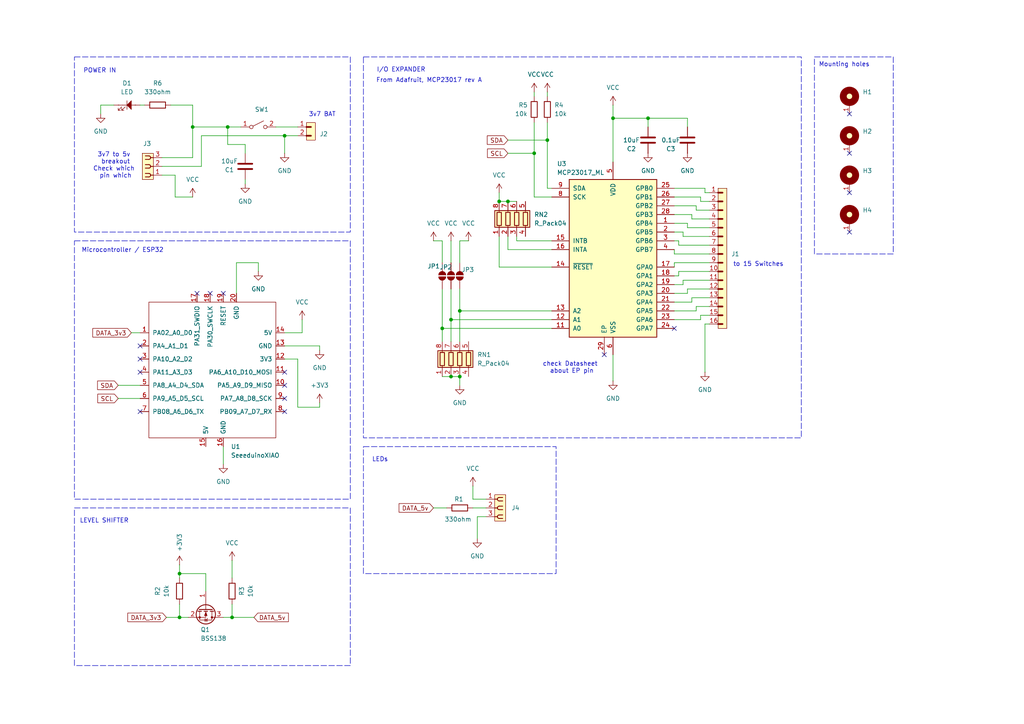
<source format=kicad_sch>
(kicad_sch (version 20231120) (generator "eeschema") (generator_version "8.0")
  (paper "A4")
  (lib_symbols
    (symbol "Device:C" (pin_numbers hide) (pin_names (offset 0.254))
      (property "Reference" "C" (at 0.635 2.54 0))
      (property "Value" "C" (at 0.635 -2.54 0))
      (symbol "C_0_1"
        (polyline (pts (xy -2.032 -0.762) (xy 2.032 -0.762)) (stroke (width 0.508)))
        (polyline (pts (xy -2.032 0.762) (xy 2.032 0.762)) (stroke (width 0.508)))
      )
      (symbol "C_1_1"
        (pin passive line (at 0 3.81 270) (length 2.794) (name "~") (number "1"))
        (pin passive line (at 0 -3.81 90) (length 2.794) (name "~") (number "2"))
      )
    )
    (symbol "Device:R_Pack04" (pin_names (offset 0) hide)
      (property "Reference" "RN" (at -7.62 0 90))
      (property "Value" "R_Pack04" (at 5.08 0 90))
      (symbol "R_Pack04_0_1"
        (rectangle (start -6.35 -2.413) (end 3.81 2.413) (stroke (width 0.254)) (fill (type background)))
        (rectangle (start -5.715 1.905) (end -4.445 -1.905) (stroke (width 0.254)))
        (rectangle (start -3.175 1.905) (end -1.905 -1.905) (stroke (width 0.254)))
        (rectangle (start -0.635 1.905) (end 0.635 -1.905) (stroke (width 0.254)))
        (polyline (pts (xy -5.08 -2.54) (xy -5.08 -1.905)))
        (polyline (pts (xy -5.08 1.905) (xy -5.08 2.54)))
        (polyline (pts (xy -2.54 -2.54) (xy -2.54 -1.905)))
        (polyline (pts (xy -2.54 1.905) (xy -2.54 2.54)))
        (polyline (pts (xy 0 -2.54) (xy 0 -1.905)))
        (polyline (pts (xy 0 1.905) (xy 0 2.54)))
        (polyline (pts (xy 2.54 -2.54) (xy 2.54 -1.905)))
        (polyline (pts (xy 2.54 1.905) (xy 2.54 2.54)))
        (rectangle (start 1.905 1.905) (end 3.175 -1.905) (stroke (width 0.254)))
      )
      (symbol "R_Pack04_1_1"
        (pin passive line (at -5.08 -5.08 90) (length 2.54) (name "R1.1") (number "1"))
        (pin passive line (at -2.54 -5.08 90) (length 2.54) (name "R2.1") (number "2"))
        (pin passive line (at 0 -5.08 90) (length 2.54) (name "R3.1") (number "3"))
        (pin passive line (at 2.54 -5.08 90) (length 2.54) (name "R4.1") (number "4"))
        (pin passive line (at 2.54 5.08 270) (length 2.54) (name "R4.2") (number "5"))
        (pin passive line (at 0 5.08 270) (length 2.54) (name "R3.2") (number "6"))
        (pin passive line (at -2.54 5.08 270) (length 2.54) (name "R2.2") (number "7"))
        (pin passive line (at -5.08 5.08 270) (length 2.54) (name "R1.2") (number "8"))
      )
    )
    (symbol "Interactiles_Symbol_Library:SeeeduinoXIAO" (pin_names (offset 1.016))
      (property "Reference" "U" (at -19.05 22.86 0))
      (property "Value" "SeeeduinoXIAO" (at -12.7 21.59 0))
      (symbol "SeeeduinoXIAO_0_1"
        (rectangle (start -19.05 20.32) (end 17.78 -19.05))
      )
      (symbol "SeeeduinoXIAO_1_1"
        (pin unspecified line (at -21.59 11.43 0) (length 2.54) (name "PA02_A0_D0") (number "1"))
        (pin unspecified line (at 20.32 -3.81 180) (length 2.54) (name "PA5_A9_D9_MISO") (number "10"))
        (pin unspecified line (at 20.32 0 180) (length 2.54) (name "PA6_A10_D10_MOSI") (number "11"))
        (pin unspecified line (at 20.32 3.81 180) (length 2.54) (name "3V3") (number "12"))
        (pin unspecified line (at 20.32 7.62 180) (length 2.54) (name "GND") (number "13"))
        (pin unspecified line (at 20.32 11.43 180) (length 2.54) (name "5V") (number "14"))
        (pin input line (at -2.54 -21.59 90) (length 2.54) (name "5V") (number "15"))
        (pin input line (at 2.54 -21.59 90) (length 2.54) (name "GND") (number "16"))
        (pin input line (at -5.08 22.86 270) (length 2.54) (name "PA31_SWDIO") (number "17"))
        (pin input line (at -1.27 22.86 270) (length 2.54) (name "PA30_SWCLK") (number "18"))
        (pin input line (at 2.54 22.86 270) (length 2.54) (name "RESET") (number "19"))
        (pin unspecified line (at -21.59 7.62 0) (length 2.54) (name "PA4_A1_D1") (number "2"))
        (pin input line (at 6.35 22.86 270) (length 2.54) (name "GND") (number "20"))
        (pin unspecified line (at -21.59 3.81 0) (length 2.54) (name "PA10_A2_D2") (number "3"))
        (pin unspecified line (at -21.59 0 0) (length 2.54) (name "PA11_A3_D3") (number "4"))
        (pin unspecified line (at -21.59 -3.81 0) (length 2.54) (name "PA8_A4_D4_SDA") (number "5"))
        (pin unspecified line (at -21.59 -7.62 0) (length 2.54) (name "PA9_A5_D5_SCL") (number "6"))
        (pin unspecified line (at -21.59 -11.43 0) (length 2.54) (name "PB08_A6_D6_TX") (number "7"))
        (pin unspecified line (at 20.32 -11.43 180) (length 2.54) (name "PB09_A7_D7_RX") (number "8"))
        (pin unspecified line (at 20.32 -7.62 180) (length 2.54) (name "PA7_A8_D8_SCK") (number "9"))
      )
    )
    (symbol "Interface_Expansion:MCP23017_ML" (pin_names (offset 1.016))
      (property "Reference" "U" (at -11.43 24.13 0))
      (property "Value" "MCP23017_ML" (at 0 0 0))
      (symbol "MCP23017_ML_0_1"
        (rectangle (start -12.7 22.86) (end 12.7 -22.86) (stroke (width 0.254)) (fill (type background)))
      )
      (symbol "MCP23017_ML_1_1"
        (pin bidirectional line (at 17.78 10.16 180) (length 5.08) (name "GPB4") (number "1"))
        (pin no_connect line (at -12.7 12.7 0) (length 5.08) hide (name "NC") (number "10"))
        (pin input line (at -17.78 -20.32 0) (length 5.08) (name "A0") (number "11"))
        (pin input line (at -17.78 -17.78 0) (length 5.08) (name "A1") (number "12"))
        (pin input line (at -17.78 -15.24 0) (length 5.08) (name "A2") (number "13"))
        (pin input line (at -17.78 -2.54 0) (length 5.08) (name "~{RESET}") (number "14"))
        (pin tri_state line (at -17.78 5.08 0) (length 5.08) (name "INTB") (number "15"))
        (pin tri_state line (at -17.78 2.54 0) (length 5.08) (name "INTA") (number "16"))
        (pin bidirectional line (at 17.78 -2.54 180) (length 5.08) (name "GPA0") (number "17"))
        (pin bidirectional line (at 17.78 -5.08 180) (length 5.08) (name "GPA1") (number "18"))
        (pin bidirectional line (at 17.78 -7.62 180) (length 5.08) (name "GPA2") (number "19"))
        (pin bidirectional line (at 17.78 7.62 180) (length 5.08) (name "GPB5") (number "2"))
        (pin bidirectional line (at 17.78 -10.16 180) (length 5.08) (name "GPA3") (number "20"))
        (pin bidirectional line (at 17.78 -12.7 180) (length 5.08) (name "GPA4") (number "21"))
        (pin bidirectional line (at 17.78 -15.24 180) (length 5.08) (name "GPA5") (number "22"))
        (pin bidirectional line (at 17.78 -17.78 180) (length 5.08) (name "GPA6") (number "23"))
        (pin bidirectional line (at 17.78 -20.32 180) (length 5.08) (name "GPA7") (number "24"))
        (pin bidirectional line (at 17.78 20.32 180) (length 5.08) (name "GPB0") (number "25"))
        (pin bidirectional line (at 17.78 17.78 180) (length 5.08) (name "GPB1") (number "26"))
        (pin bidirectional line (at 17.78 15.24 180) (length 5.08) (name "GPB2") (number "27"))
        (pin bidirectional line (at 17.78 12.7 180) (length 5.08) (name "GPB3") (number "28"))
        (pin passive line (at -2.54 -27.94 90) (length 5.08) (name "EP") (number "29"))
        (pin bidirectional line (at 17.78 5.08 180) (length 5.08) (name "GPB6") (number "3"))
        (pin bidirectional line (at 17.78 2.54 180) (length 5.08) (name "GPB7") (number "4"))
        (pin power_in line (at 0 27.94 270) (length 5.08) (name "VDD") (number "5"))
        (pin power_in line (at 0 -27.94 90) (length 5.08) (name "VSS") (number "6"))
        (pin no_connect line (at -12.7 15.24 0) (length 5.08) hide (name "NC") (number "7"))
        (pin input line (at -17.78 17.78 0) (length 5.08) (name "SCK") (number "8"))
        (pin bidirectional line (at -17.78 20.32 0) (length 5.08) (name "SDA") (number "9"))
      )
    )
    (symbol "Jumper:SolderJumper_2_Open" (pin_numbers hide) (pin_names (offset 0) hide) (exclude_from_sim yes) (in_bom no)
      (property "Reference" "JP" (at 0 2.032 0))
      (property "Value" "SolderJumper_2_Open" (at 0 -2.54 0))
      (symbol "SolderJumper_2_Open_0_1"
        (arc (start -0.254 1.016) (mid -1.2656 0) (end -0.254 -1.016))
        (arc (start -0.254 1.016) (mid -1.2656 0) (end -0.254 -1.016) (fill (type outline)))
        (polyline (pts (xy -0.254 1.016) (xy -0.254 -1.016)))
        (polyline (pts (xy 0.254 1.016) (xy 0.254 -1.016)))
        (arc (start 0.254 -1.016) (mid 1.2656 0) (end 0.254 1.016))
        (arc (start 0.254 -1.016) (mid 1.2656 0) (end 0.254 1.016) (fill (type outline)))
      )
      (symbol "SolderJumper_2_Open_1_1"
        (pin passive line (at -3.81 0 0) (length 2.54) (name "A") (number "1"))
        (pin passive line (at 3.81 0 180) (length 2.54) (name "B") (number "2"))
      )
    )
    (symbol "PCM_SL_Devices:LED"
      (property "Reference" "D" (at -0.508 5.334 0))
      (property "Value" "LED" (at -0.508 2.794 0))
      (symbol "LED_0_1"
        (polyline (pts (xy -1.27 0) (xy -2.54 0)))
        (polyline (pts (xy 0 1.27) (xy 0 -1.27)))
        (polyline (pts (xy 0.508 0.508) (xy 1.524 1.524)))
        (polyline (pts (xy 1.27 0) (xy 2.54 0)))
        (polyline (pts (xy 1.524 0.508) (xy 2.54 1.524)))
        (polyline (pts (xy 1.524 1.524) (xy 0.889 1.524)))
        (polyline (pts (xy 1.524 1.524) (xy 1.524 0.889)))
        (polyline (pts (xy 2.54 1.524) (xy 1.905 1.524)))
        (polyline (pts (xy 2.54 1.524) (xy 2.54 0.889)))
        (polyline (pts (xy 0 0) (xy -1.27 -1.27) (xy -1.27 1.27) (xy 0 0) (xy 1.27 0)) (fill (type outline)))
      )
      (symbol "LED_1_1"
        (pin passive line (at 3.81 0 180) (length 1.5) (name "~") (number "1"))
        (pin passive line (at -3.81 0 0) (length 1.5) (name "") (number "2"))
      )
    )
    (symbol "PCM_SL_Mechanical:MountingHole_M3_3.2mm_Pad"
      (property "Reference" "H" (at 0 7.62 0))
      (property "Value" "MountingHole_M3_3.2mm_Pad" (at 0 5.08 0))
      (symbol "MountingHole_M3_3.2mm_Pad_0_1"
        (circle (center 0 0) (radius 1.27) (fill (type background)))
        (circle (center 0 0) (radius 1.7961) (stroke (width 2)))
      )
      (symbol "MountingHole_M3_3.2mm_Pad_1_1"
        (pin passive line (at 0 -5.08 90) (length 2.54) (name "") (number "1"))
      )
    )
    (symbol "PCM_SL_Pin_Headers:PINHD_1x16_Male"
      (property "Reference" "J" (at 0 24.13 0))
      (property "Value" "PINHD_1x16_Male" (at 0 21.59 0))
      (symbol "PINHD_1x16_Male_0_1"
        (rectangle (start -1.27 20.32) (end 1.27 -20.32) (fill (type background)))
        (polyline (pts (xy -1.27 -19.05) (xy 0 -19.05)) (stroke (width 0.5)))
        (polyline (pts (xy -1.27 -16.51) (xy 0 -16.51)) (stroke (width 0.5)))
        (polyline (pts (xy -1.27 -13.97) (xy 0 -13.97)) (stroke (width 0.5)))
        (polyline (pts (xy -1.27 -11.43) (xy 0 -11.43)) (stroke (width 0.5)))
        (polyline (pts (xy -1.27 -8.89) (xy 0 -8.89)) (stroke (width 0.5)))
        (polyline (pts (xy -1.27 -6.35) (xy 0 -6.35)) (stroke (width 0.5)))
        (polyline (pts (xy -1.27 -3.81) (xy 0 -3.81)) (stroke (width 0.3)))
        (polyline (pts (xy -1.27 -3.81) (xy 0 -3.81)) (stroke (width 0.5)))
        (polyline (pts (xy -1.27 -1.27) (xy 0 -1.27)) (stroke (width 0.3)))
        (polyline (pts (xy -1.27 -1.27) (xy 0 -1.27)) (stroke (width 0.5)))
        (polyline (pts (xy -1.27 1.27) (xy 0 1.27)) (stroke (width 0.3)))
        (polyline (pts (xy -1.27 1.27) (xy 0 1.27)) (stroke (width 0.5)))
        (polyline (pts (xy -1.27 3.81) (xy 0 3.81)) (stroke (width 0.3)))
        (polyline (pts (xy -1.27 3.81) (xy 0 3.81)) (stroke (width 0.5)))
        (polyline (pts (xy -1.27 6.35) (xy 0 6.35)) (stroke (width 0.3)))
        (polyline (pts (xy -1.27 6.35) (xy 0 6.35)) (stroke (width 0.5)))
        (polyline (pts (xy -1.27 8.89) (xy 0 8.89)) (stroke (width 0.3)))
        (polyline (pts (xy -1.27 8.89) (xy 0 8.89)) (stroke (width 0.5)))
        (polyline (pts (xy -1.27 11.43) (xy 0 11.43)) (stroke (width 0.3)))
        (polyline (pts (xy -1.27 11.43) (xy 0 11.43)) (stroke (width 0.5)))
        (polyline (pts (xy -1.27 13.97) (xy 0 13.97)) (stroke (width 0.3)))
        (polyline (pts (xy -1.27 13.97) (xy 0 13.97)) (stroke (width 0.5)))
        (polyline (pts (xy -1.27 16.51) (xy 0 16.51)) (stroke (width 0.3)))
        (polyline (pts (xy -1.27 16.51) (xy 0 16.51)) (stroke (width 0.5)))
        (polyline (pts (xy -1.27 19.05) (xy 0 19.05)) (stroke (width 0.5)))
      )
      (symbol "PINHD_1x16_Male_1_1"
        (pin passive line (at -3.81 19.05 0) (length 2.54) (name "") (number "1"))
        (pin passive line (at -3.81 -3.81 0) (length 2.54) (name "") (number "10"))
        (pin passive line (at -3.81 -6.35 0) (length 2.54) (name "") (number "11"))
        (pin passive line (at -3.81 -8.89 0) (length 2.54) (name "") (number "12"))
        (pin passive line (at -3.81 -11.43 0) (length 2.54) (name "") (number "13"))
        (pin passive line (at -3.81 -13.97 0) (length 2.54) (name "") (number "14"))
        (pin passive line (at -3.81 -16.51 0) (length 2.54) (name "") (number "15"))
        (pin passive line (at -3.81 -19.05 0) (length 2.54) (name "") (number "16"))
        (pin passive line (at -3.81 16.51 0) (length 2.54) (name "") (number "2"))
        (pin passive line (at -3.81 13.97 0) (length 2.54) (name "") (number "3"))
        (pin passive line (at -3.81 11.43 0) (length 2.54) (name "") (number "4"))
        (pin passive line (at -3.81 8.89 0) (length 2.54) (name "") (number "5"))
        (pin passive line (at -3.81 6.35 0) (length 2.54) (name "") (number "6"))
        (pin passive line (at -3.81 3.81 0) (length 2.54) (name "") (number "7"))
        (pin passive line (at -3.81 1.27 0) (length 2.54) (name "") (number "8"))
        (pin passive line (at -3.81 -1.27 0) (length 2.54) (name "") (number "9"))
      )
    )
    (symbol "PCM_SL_Pin_Headers:PINHD_1x2_Male"
      (property "Reference" "J" (at 0 6.35 0))
      (property "Value" "PINHD_1x2_Male" (at 0 3.81 0))
      (symbol "PINHD_1x2_Male_0_1"
        (rectangle (start -1.27 2.54) (end 1.27 -2.54) (fill (type background)))
        (polyline (pts (xy -1.27 -1.27) (xy 0 -1.27)) (stroke (width 0.3)))
        (polyline (pts (xy -1.27 -1.27) (xy 0 -1.27)) (stroke (width 0.5)))
        (polyline (pts (xy -1.27 1.27) (xy 0 1.27)) (stroke (width 0.3)))
        (polyline (pts (xy -1.27 1.27) (xy 0 1.27)) (stroke (width 0.5)))
      )
      (symbol "PINHD_1x2_Male_1_1"
        (pin passive line (at -3.81 1.27 0) (length 2.54) (name "") (number "1"))
        (pin passive line (at -3.81 -1.27 0) (length 2.54) (name "") (number "2"))
      )
    )
    (symbol "PCM_SL_Pin_Headers:PINHD_1x3_Female"
      (property "Reference" "J" (at 0 8.89 0))
      (property "Value" "PINHD_1x3_Female" (at 0 6.35 0))
      (symbol "PINHD_1x3_Female_0_1"
        (rectangle (start -1.27 3.81) (end 1.905 -3.81) (fill (type background)))
        (arc (start -0.508 -2.54) (mid -0.3592 -2.8992) (end 0 -3.048) (stroke (width 0.25)))
        (arc (start -0.508 0) (mid -0.3592 -0.3592) (end 0 -0.508) (stroke (width 0.25)))
        (arc (start -0.508 2.54) (mid -0.3592 2.1808) (end 0 2.032) (stroke (width 0.25)))
        (arc (start 0 -2.032) (mid -0.3592 -2.1808) (end -0.508 -2.54) (stroke (width 0.25)))
        (polyline (pts (xy -1.27 -2.54) (xy -0.508 -2.54)) (stroke (width 0.25)))
        (polyline (pts (xy -1.27 0) (xy -0.508 0)) (stroke (width 0.25)))
        (polyline (pts (xy -1.27 2.54) (xy -0.508 2.54)) (stroke (width 0.25)))
        (polyline (pts (xy 0 -3.048) (xy 1.016 -3.048)) (stroke (width 0.25)))
        (polyline (pts (xy 0 -2.032) (xy 1.016 -2.032)) (stroke (width 0.25)))
        (polyline (pts (xy 0 -0.508) (xy 1.016 -0.508)) (stroke (width 0.25)))
        (polyline (pts (xy 0 0.508) (xy 1.016 0.508)) (stroke (width 0.25)))
        (polyline (pts (xy 0 2.032) (xy 1.016 2.032)) (stroke (width 0.25)))
        (polyline (pts (xy 0 3.048) (xy 1.016 3.048)) (stroke (width 0.25)))
        (arc (start 0 0.508) (mid -0.3592 0.3592) (end -0.508 0) (stroke (width 0.25)))
        (arc (start 0 3.048) (mid -0.3592 2.8992) (end -0.508 2.54) (stroke (width 0.25)))
      )
      (symbol "PINHD_1x3_Female_1_1"
        (pin passive line (at -3.81 2.54 0) (length 2.54) (name "") (number "1"))
        (pin passive line (at -3.81 0 0) (length 2.54) (name "") (number "2"))
        (pin passive line (at -3.81 -2.54 0) (length 2.54) (name "") (number "3"))
      )
    )
    (symbol "PCM_SL_Resistors:10k"
      (property "Reference" "R" (at 0 5.08 0))
      (property "Value" "10k" (at 0 2.54 0))
      (symbol "10k_0_1"
        (rectangle (start -2.286 0.889) (end 2.286 -0.889) (stroke (width 0.24)))
      )
      (symbol "10k_1_1"
        (pin passive line (at -3.81 0 0) (length 1.5) (name "") (number "1"))
        (pin passive line (at 3.81 0 180) (length 1.5) (name "~") (number "2"))
      )
    )
    (symbol "PCM_SL_Resistors:330ohm"
      (property "Reference" "R" (at 0 5.08 0))
      (property "Value" "330ohm" (at 0 2.54 0))
      (symbol "330ohm_0_1"
        (rectangle (start -2.286 0.889) (end 2.286 -0.889) (stroke (width 0.24)))
      )
      (symbol "330ohm_1_1"
        (pin passive line (at -3.81 0 0) (length 1.5) (name "") (number "1"))
        (pin passive line (at 3.81 0 180) (length 1.5) (name "~") (number "2"))
      )
    )
    (symbol "Switch:SW_SPST" (pin_names (offset 0) hide)
      (property "Reference" "SW" (at 0 3.175 0))
      (property "Value" "SW_SPST" (at 0 -2.54 0))
      (symbol "SW_SPST_0_0"
        (circle (center -2.032 0) (radius 0.508))
        (polyline (pts (xy -1.524 0.254) (xy 1.524 1.778)))
        (circle (center 2.032 0) (radius 0.508))
      )
      (symbol "SW_SPST_1_1"
        (pin passive line (at -5.08 0 0) (length 2.54) (name "A") (number "1"))
        (pin passive line (at 5.08 0 180) (length 2.54) (name "B") (number "2"))
      )
    )
    (symbol "Transistor_FET:BSS138" (pin_names hide)
      (property "Reference" "Q" (at 5.08 1.905 0))
      (property "Value" "BSS138" (at 5.08 0 0))
      (symbol "BSS138_0_1"
        (polyline (pts (xy 0.254 0) (xy -2.54 0)))
        (polyline (pts (xy 0.254 1.905) (xy 0.254 -1.905)) (stroke (width 0.254)))
        (polyline (pts (xy 0.762 -1.27) (xy 0.762 -2.286)) (stroke (width 0.254)))
        (polyline (pts (xy 0.762 0.508) (xy 0.762 -0.508)) (stroke (width 0.254)))
        (polyline (pts (xy 0.762 2.286) (xy 0.762 1.27)) (stroke (width 0.254)))
        (polyline (pts (xy 2.54 2.54) (xy 2.54 1.778)))
        (polyline (pts (xy 2.54 -2.54) (xy 2.54 0) (xy 0.762 0)))
        (polyline (pts (xy 0.762 -1.778) (xy 3.302 -1.778) (xy 3.302 1.778) (xy 0.762 1.778)))
        (polyline (pts (xy 1.016 0) (xy 2.032 0.381) (xy 2.032 -0.381) (xy 1.016 0)) (fill (type outline)))
        (polyline (pts (xy 2.794 0.508) (xy 2.921 0.381) (xy 3.683 0.381) (xy 3.81 0.254)))
        (polyline (pts (xy 3.302 0.381) (xy 2.921 -0.254) (xy 3.683 -0.254) (xy 3.302 0.381)))
        (circle (center 1.651 0) (radius 2.794) (stroke (width 0.254)))
        (circle (center 2.54 -1.778) (radius 0.254) (fill (type outline)))
        (circle (center 2.54 1.778) (radius 0.254) (fill (type outline)))
      )
      (symbol "BSS138_1_1"
        (pin input line (at -5.08 0 0) (length 2.54) (name "G") (number "1"))
        (pin passive line (at 2.54 -5.08 90) (length 2.54) (name "S") (number "2"))
        (pin passive line (at 2.54 5.08 270) (length 2.54) (name "D") (number "3"))
      )
    )
    (symbol "power:+3V3" (power) (pin_numbers hide) (pin_names (offset 0) hide)
      (property "Value" "+3V3" (at 0 3.556 0))
      (symbol "+3V3_0_1"
        (polyline (pts (xy -0.762 1.27) (xy 0 2.54)))
        (polyline (pts (xy 0 0) (xy 0 2.54)))
        (polyline (pts (xy 0 2.54) (xy 0.762 1.27)))
      )
      (symbol "+3V3_1_1"
        (pin power_in line (at 0 0 90) (length 0) (name "~") (number "1"))
      )
    )
    (symbol "power:GND" (power) (pin_numbers hide) (pin_names (offset 0) hide)
      (property "Value" "GND" (at 0 -3.81 0))
      (symbol "GND_0_1"
        (polyline (pts (xy 0 0) (xy 0 -1.27) (xy 1.27 -1.27) (xy 0 -2.54) (xy -1.27 -1.27) (xy 0 -1.27)))
      )
      (symbol "GND_1_1"
        (pin power_in line (at 0 0 270) (length 0) (name "~") (number "1"))
      )
    )
    (symbol "power:VCC" (power) (pin_numbers hide) (pin_names (offset 0) hide)
      (property "Value" "VCC" (at 0 3.556 0))
      (symbol "VCC_0_1"
        (polyline (pts (xy -0.762 1.27) (xy 0 2.54)))
        (polyline (pts (xy 0 0) (xy 0 2.54)))
        (polyline (pts (xy 0 2.54) (xy 0.762 1.27)))
      )
      (symbol "VCC_1_1"
        (pin power_in line (at 0 0 90) (length 0) (name "~") (number "1"))
      )
    )
  )
  (junction (at 177.8 34.29))
  (junction (at 66.04 36.83))
  (junction (at 133.35 90.17))
  (junction (at 144.78 58.42))
  (junction (at 52.07 179.07))
  (junction (at 154.94 44.45))
  (junction (at 52.07 166.37))
  (junction (at 128.27 95.25))
  (junction (at 133.35 109.22))
  (junction (at 130.81 92.71))
  (junction (at 130.81 109.22))
  (junction (at 55.88 36.83))
  (junction (at 187.96 34.29))
  (junction (at 158.75 40.64))
  (junction (at 67.31 179.07))
  (junction (at 82.55 39.37))
  (junction (at 147.32 58.42))
  (no_connect (at 246.38 33.02))
  (no_connect (at 82.55 107.95))
  (no_connect (at 40.64 104.14))
  (no_connect (at 64.77 85.09))
  (no_connect (at 82.55 115.57))
  (no_connect (at 82.55 119.38))
  (no_connect (at 40.64 100.33))
  (no_connect (at 246.38 44.45))
  (no_connect (at 246.38 67.31))
  (no_connect (at 175.26 102.87))
  (no_connect (at 40.64 119.38))
  (no_connect (at 82.55 111.76))
  (no_connect (at 195.58 95.25))
  (no_connect (at 246.38 55.88))
  (no_connect (at 40.64 107.95))
  (no_connect (at 60.96 85.09))
  (no_connect (at 57.15 85.09))
  (wire (pts (xy 195.58 92.71) (xy 203.2 92.71)))
  (wire (pts (xy 67.31 162.56) (xy 67.31 167.64)))
  (wire (pts (xy 68.58 76.2) (xy 74.93 76.2)))
  (wire (pts (xy 144.78 55.88) (xy 144.78 58.42)))
  (wire (pts (xy 204.47 55.88) (xy 205.74 55.88)))
  (wire (pts (xy 199.39 64.77) (xy 195.58 64.77)))
  (wire (pts (xy 200.66 87.63) (xy 200.66 86.36)))
  (wire (pts (xy 82.55 104.14) (xy 86.36 104.14)))
  (wire (pts (xy 74.93 76.2) (xy 74.93 78.74)))
  (wire (pts (xy 64.77 179.07) (xy 67.31 179.07)))
  (wire (pts (xy 195.58 87.63) (xy 200.66 87.63)))
  (wire (pts (xy 52.07 166.37) (xy 52.07 167.64)))
  (wire (pts (xy 204.47 93.98) (xy 204.47 107.95)))
  (wire (pts (xy 195.58 90.17) (xy 201.93 90.17)))
  (wire (pts (xy 71.12 44.45) (xy 71.12 41.91)))
  (wire (pts (xy 147.32 58.42) (xy 149.86 58.42)))
  (wire (pts (xy 204.47 55.88) (xy 204.47 54.61)))
  (wire (pts (xy 200.66 63.5) (xy 200.66 62.23)))
  (wire (pts (xy 86.36 118.11) (xy 92.71 118.11)))
  (wire (pts (xy 68.58 85.09) (xy 68.58 76.2)))
  (wire (pts (xy 138.43 149.86) (xy 140.97 149.86)))
  (wire (pts (xy 154.94 26.67) (xy 154.94 27.94)))
  (wire (pts (xy 196.85 71.12) (xy 196.85 69.85)))
  (wire (pts (xy 196.85 69.85) (xy 195.58 69.85)))
  (wire (pts (xy 80.01 36.83) (xy 86.36 36.83)))
  (wire (pts (xy 82.55 100.33) (xy 92.71 100.33)))
  (wire (pts (xy 133.35 90.17) (xy 160.02 90.17)))
  (wire (pts (xy 58.42 48.26) (xy 58.42 39.37)))
  (wire (pts (xy 205.74 81.28) (xy 198.12 81.28)))
  (wire (pts (xy 130.81 109.22) (xy 133.35 109.22)))
  (wire (pts (xy 66.04 41.91) (xy 66.04 36.83)))
  (wire (pts (xy 158.75 40.64) (xy 158.75 35.56)))
  (wire (pts (xy 160.02 69.85) (xy 149.86 69.85)))
  (wire (pts (xy 177.8 110.49) (xy 177.8 102.87)))
  (wire (pts (xy 128.27 99.06) (xy 128.27 95.25)))
  (wire (pts (xy 92.71 118.11) (xy 92.71 116.84)))
  (wire (pts (xy 46.99 48.26) (xy 58.42 48.26)))
  (wire (pts (xy 67.31 179.07) (xy 67.31 175.26)))
  (wire (pts (xy 160.02 72.39) (xy 147.32 72.39)))
  (wire (pts (xy 137.16 140.97) (xy 137.16 144.78)))
  (wire (pts (xy 204.47 54.61) (xy 195.58 54.61)))
  (wire (pts (xy 52.07 163.83) (xy 52.07 166.37)))
  (wire (pts (xy 67.31 179.07) (xy 73.66 179.07)))
  (wire (pts (xy 59.69 171.45) (xy 59.69 166.37)))
  (wire (pts (xy 38.1 96.52) (xy 40.64 96.52)))
  (wire (pts (xy 46.99 45.72) (xy 55.88 45.72)))
  (wire (pts (xy 198.12 68.58) (xy 198.12 67.31)))
  (wire (pts (xy 198.12 68.58) (xy 205.74 68.58)))
  (wire (pts (xy 34.29 115.57) (xy 40.64 115.57)))
  (wire (pts (xy 195.58 85.09) (xy 199.39 85.09)))
  (wire (pts (xy 198.12 67.31) (xy 195.58 67.31)))
  (wire (pts (xy 66.04 36.83) (xy 69.85 36.83)))
  (wire (pts (xy 59.69 166.37) (xy 52.07 166.37)))
  (wire (pts (xy 205.74 83.82) (xy 199.39 83.82)))
  (wire (pts (xy 128.27 95.25) (xy 160.02 95.25)))
  (wire (pts (xy 199.39 66.04) (xy 205.74 66.04)))
  (wire (pts (xy 177.8 34.29) (xy 177.8 46.99)))
  (wire (pts (xy 203.2 58.42) (xy 203.2 57.15)))
  (wire (pts (xy 133.35 69.85) (xy 135.89 69.85)))
  (wire (pts (xy 133.35 111.76) (xy 133.35 109.22)))
  (wire (pts (xy 29.21 30.48) (xy 33.02 30.48)))
  (wire (pts (xy 199.39 66.04) (xy 199.39 64.77)))
  (wire (pts (xy 198.12 81.28) (xy 198.12 82.55)))
  (wire (pts (xy 133.35 69.85) (xy 133.35 76.2)))
  (wire (pts (xy 34.29 111.76) (xy 40.64 111.76)))
  (wire (pts (xy 199.39 36.83) (xy 199.39 34.29)))
  (wire (pts (xy 29.21 30.48) (xy 29.21 33.02)))
  (wire (pts (xy 87.63 96.52) (xy 82.55 96.52)))
  (wire (pts (xy 195.58 80.01) (xy 196.85 80.01)))
  (wire (pts (xy 52.07 179.07) (xy 52.07 175.26)))
  (wire (pts (xy 200.66 63.5) (xy 205.74 63.5)))
  (wire (pts (xy 82.55 39.37) (xy 86.36 39.37)))
  (wire (pts (xy 147.32 44.45) (xy 154.94 44.45)))
  (wire (pts (xy 195.58 76.2) (xy 205.74 76.2)))
  (wire (pts (xy 71.12 41.91) (xy 66.04 41.91)))
  (wire (pts (xy 177.8 30.48) (xy 177.8 34.29)))
  (wire (pts (xy 55.88 36.83) (xy 55.88 45.72)))
  (wire (pts (xy 128.27 69.85) (xy 125.73 69.85)))
  (wire (pts (xy 201.93 60.96) (xy 201.93 59.69)))
  (wire (pts (xy 154.94 44.45) (xy 154.94 35.56)))
  (wire (pts (xy 196.85 71.12) (xy 205.74 71.12)))
  (wire (pts (xy 198.12 82.55) (xy 195.58 82.55)))
  (wire (pts (xy 64.77 134.62) (xy 64.77 129.54)))
  (wire (pts (xy 205.74 88.9) (xy 201.93 88.9)))
  (wire (pts (xy 144.78 77.47) (xy 144.78 68.58)))
  (wire (pts (xy 160.02 54.61) (xy 158.75 54.61)))
  (wire (pts (xy 147.32 40.64) (xy 158.75 40.64)))
  (wire (pts (xy 58.42 39.37) (xy 82.55 39.37)))
  (wire (pts (xy 129.54 147.32) (xy 125.73 147.32)))
  (wire (pts (xy 204.47 93.98) (xy 205.74 93.98)))
  (wire (pts (xy 41.91 30.48) (xy 40.64 30.48)))
  (wire (pts (xy 203.2 58.42) (xy 205.74 58.42)))
  (wire (pts (xy 201.93 59.69) (xy 195.58 59.69)))
  (wire (pts (xy 137.16 147.32) (xy 140.97 147.32)))
  (wire (pts (xy 55.88 30.48) (xy 55.88 36.83)))
  (wire (pts (xy 203.2 91.44) (xy 205.74 91.44)))
  (wire (pts (xy 138.43 156.21) (xy 138.43 149.86)))
  (wire (pts (xy 158.75 26.67) (xy 158.75 27.94)))
  (wire (pts (xy 158.75 54.61) (xy 158.75 40.64)))
  (wire (pts (xy 92.71 100.33) (xy 92.71 101.6)))
  (wire (pts (xy 177.8 34.29) (xy 187.96 34.29)))
  (wire (pts (xy 149.86 69.85) (xy 149.86 68.58)))
  (wire (pts (xy 137.16 144.78) (xy 140.97 144.78)))
  (wire (pts (xy 144.78 58.42) (xy 147.32 58.42)))
  (wire (pts (xy 196.85 80.01) (xy 196.85 78.74)))
  (wire (pts (xy 50.8 50.8) (xy 50.8 57.15)))
  (wire (pts (xy 154.94 57.15) (xy 154.94 44.45)))
  (wire (pts (xy 82.55 44.45) (xy 82.55 39.37)))
  (wire (pts (xy 160.02 57.15) (xy 154.94 57.15)))
  (wire (pts (xy 52.07 179.07) (xy 54.61 179.07)))
  (wire (pts (xy 187.96 34.29) (xy 199.39 34.29)))
  (wire (pts (xy 195.58 73.66) (xy 195.58 72.39)))
  (wire (pts (xy 203.2 57.15) (xy 195.58 57.15)))
  (wire (pts (xy 200.66 62.23) (xy 195.58 62.23)))
  (wire (pts (xy 199.39 83.82) (xy 199.39 85.09)))
  (wire (pts (xy 130.81 69.85) (xy 130.81 76.2)))
  (wire (pts (xy 196.85 78.74) (xy 205.74 78.74)))
  (wire (pts (xy 201.93 60.96) (xy 205.74 60.96)))
  (wire (pts (xy 160.02 77.47) (xy 144.78 77.47)))
  (wire (pts (xy 130.81 83.82) (xy 130.81 92.71)))
  (wire (pts (xy 86.36 104.14) (xy 86.36 118.11)))
  (wire (pts (xy 133.35 83.82) (xy 133.35 90.17)))
  (wire (pts (xy 128.27 83.82) (xy 128.27 95.25)))
  (wire (pts (xy 48.26 179.07) (xy 52.07 179.07)))
  (wire (pts (xy 130.81 92.71) (xy 160.02 92.71)))
  (wire (pts (xy 195.58 77.47) (xy 195.58 76.2)))
  (wire (pts (xy 71.12 53.34) (xy 71.12 52.07)))
  (wire (pts (xy 55.88 36.83) (xy 66.04 36.83)))
  (wire (pts (xy 195.58 73.66) (xy 205.74 73.66)))
  (wire (pts (xy 187.96 36.83) (xy 187.96 34.29)))
  (wire (pts (xy 201.93 88.9) (xy 201.93 90.17)))
  (wire (pts (xy 133.35 99.06) (xy 133.35 90.17)))
  (wire (pts (xy 128.27 69.85) (xy 128.27 76.2)))
  (wire (pts (xy 128.27 109.22) (xy 130.81 109.22)))
  (wire (pts (xy 200.66 86.36) (xy 205.74 86.36)))
  (wire (pts (xy 50.8 57.15) (xy 55.88 57.15)))
  (wire (pts (xy 46.99 50.8) (xy 50.8 50.8)))
  (wire (pts (xy 87.63 92.71) (xy 87.63 96.52)))
  (wire (pts (xy 147.32 72.39) (xy 147.32 68.58)))
  (wire (pts (xy 49.53 30.48) (xy 55.88 30.48)))
  (wire (pts (xy 130.81 92.71) (xy 130.81 99.06)))
  (wire (pts (xy 203.2 92.71) (xy 203.2 91.44)))
  (rectangle (start 236.22 16.51) (end 259.08 73.66) (stroke (width 0) (type dash)))
  (rectangle (start 105.41 129.54) (end 161.29 166.37) (stroke (width 0) (type dash)))
  (rectangle (start 105.41 16.51) (end 232.41 127) (stroke (width 0) (type dash)))
  (rectangle (start 21.59 69.85) (end 101.6 144.78) (stroke (width 0) (type dash)))
  (rectangle (start 21.59 16.51) (end 101.6 67.31) (stroke (width 0) (type dash)))
  (rectangle (start 21.59 147.32) (end 101.6 193.04) (stroke (width 0) (type dash)))
  (text "check Datasheet \nabout EP pin" (at 165.862 106.68 0) (effects (font (size 1.27 1.27))))
  (text "to 15 Switches" (at 219.964 76.708 0) (effects (font (size 1.27 1.27))))
  (text "3v7 BAT" (at 93.472 33.274 0) (effects (font (size 1.27 1.27))))
  (text "I/O EXPANDER" (at 116.332 20.32 0) (effects (font (size 1.27 1.27))))
  (text "From Adafruit, MCP23017 rev A" (at 124.46 23.368 0) (effects (font (size 1.27 1.27))))
  (text "POWER IN" (at 28.956 20.574 0) (effects (font (size 1.27 1.27))))
  (text "LEVEL SHIFTER" (at 30.226 151.13 0) (effects (font (size 1.27 1.27))))
  (text "LEDs" (at 110.236 133.35 0) (effects (font (size 1.27 1.27))))
  (text "Microcontroller / ESP32\n\n" (at 35.56 73.66 0) (effects (font (size 1.27 1.27))))
  (text "Mounting holes" (at 244.856 18.796 0) (effects (font (size 1.27 1.27))))
  (text "3v7 to 5v \nbreakout\nCheck which \npin which" (at 33.528 48.006 0) (effects (font (size 1.27 1.27))))
  (global_label "DATA_5v" (shape input) (at 73.66 179.07 0) (property "Intersheetrefs" "${INTERSHEET_REFS}" (effects (hide yes))))
  (global_label "SDA" (shape input) (at 147.32 40.64 180) (property "Intersheetrefs" "${INTERSHEET_REFS}" (effects (hide yes))))
  (global_label "DATA_3v3" (shape input) (at 38.1 96.52 180) (property "Intersheetrefs" "${INTERSHEET_REFS}" (effects (hide yes))))
  (global_label "SCL" (shape input) (at 147.32 44.45 180) (property "Intersheetrefs" "${INTERSHEET_REFS}" (effects (hide yes))))
  (global_label "SCL" (shape input) (at 34.29 115.57 180) (property "Intersheetrefs" "${INTERSHEET_REFS}" (effects (hide yes))))
  (global_label "DATA_5v" (shape input) (at 125.73 147.32 180) (property "Intersheetrefs" "${INTERSHEET_REFS}" (effects (hide yes))))
  (global_label "SDA" (shape input) (at 34.29 111.76 180) (property "Intersheetrefs" "${INTERSHEET_REFS}" (effects (hide yes))))
  (global_label "DATA_3v3" (shape input) (at 48.26 179.07 180) (property "Intersheetrefs" "${INTERSHEET_REFS}" (effects (hide yes))))
  (symbol (lib_id "Switch:SW_SPST") (at 74.93 36.83 0) (unit 1)
    (property "Reference" "SW1" (at 75.946 31.75 0))
    (property "Value" "SW_SPST" (effects (hide yes)))
    (property "Footprint" "Button Switch SMD:SW_DIP_SPSTx01_Slide_6.7x4.1mm_W8.61mm_P2.54mm_LowProfile" (effects (hide yes)))
    (property "Description" "Single Pole Single Throw (SPST) switch" (effects (hide yes)))
  )
  (symbol (lib_id "power:GND") (at 133.35 111.76 0) (unit 1)
    (property "Reference" "#PWR09" (effects (hide yes)))
    (property "Value" "GND" (at 133.35 116.84 0))
    (property "Description" "Power symbol creates a global label with name \"GND\" , ground" (effects (hide yes)))
  )
  (symbol (lib_id "PCM_SL_Pin_Headers:PINHD_1x3_Female") (at 144.78 147.32 0) (unit 1)
    (property "Reference" "J4" (at 148.336 147.32 0) (effects (justify left)))
    (property "Value" "PINHD_1x3_Female" (effects (hide yes)))
    (property "Footprint" "Connector_PinSocket_2.54mm:PinSocket_1x03_P2.54mm_Vertical" (effects (hide yes)))
    (property "Description" "Pin Header female with pin space 2.54mm. Pin Count -3" (effects (hide yes)))
  )
  (symbol (lib_id "PCM_SL_Resistors:10k") (at 158.75 31.75 90) (unit 1)
    (property "Reference" "R4" (at 160.782 30.48 90) (effects (justify right)))
    (property "Value" "10k" (at 160.782 33.02 90) (effects (justify right)))
    (property "Footprint" "Resistor_SMD:R_0603_1608Metric_Pad0.98x0.95mm_HandSolder" (effects (hide yes)))
    (property "Description" "10kΩ, 1/4W Resistor" (effects (hide yes)))
  )
  (symbol (lib_id "power:GND") (at 29.21 33.02 0) (unit 1)
    (property "Reference" "#PWR023" (effects (hide yes)))
    (property "Value" "GND" (at 29.21 38.1 0))
    (property "Description" "Power symbol creates a global label with name \"GND\" , ground" (effects (hide yes)))
  )
  (symbol (lib_id "PCM_SL_Mechanical:MountingHole_M3_3.2mm_Pad") (at 246.38 50.8 0) (unit 1)
    (property "Reference" "H3" (at 250.19 49.5299 0) (effects (justify left)))
    (property "Value" "MountingHole_M3_3.2mm_Pad" (effects (hide yes)))
    (property "Footprint" "MountingHole:MountingHole_2.2mm_M2_DIN965_Pad" (effects (hide yes)))
    (property "Description" "3.2mm Diameter Mounting Hole Pad (M3)" (effects (hide yes)))
  )
  (symbol (lib_id "Device:C") (at 187.96 40.64 0) (unit 1)
    (property "Reference" "C2" (at 183.134 43.18 0))
    (property "Value" "10uF" (at 183.134 40.64 0))
    (property "Footprint" "Capacitor_SMD:C_0603_1608Metric_Pad1.08x0.95mm_HandSolder" (effects (hide yes)))
    (property "Description" "Unpolarized capacitor" (effects (hide yes)))
  )
  (symbol (lib_id "power:VCC") (at 130.81 69.85 0) (unit 1)
    (property "Reference" "#PWR07" (effects (hide yes)))
    (property "Value" "VCC" (at 130.81 64.77 0))
    (property "Description" "Power symbol creates a global label with name \"VCC\"" (effects (hide yes)))
  )
  (symbol (lib_id "PCM_SL_Resistors:330ohm") (at 45.72 30.48 0) (unit 1)
    (property "Reference" "R6" (at 45.72 24.13 0))
    (property "Value" "330ohm" (at 45.72 26.67 0))
    (property "Footprint" "Resistor_SMD:R_0603_1608Metric_Pad0.98x0.95mm_HandSolder" (effects (hide yes)))
    (property "Description" "330Ω, 1/4W Resistor" (effects (hide yes)))
  )
  (symbol (lib_id "Device:R_Pack04") (at 133.35 104.14 0) (unit 1)
    (property "Reference" "RN1" (at 138.43 102.8699 0) (effects (justify left)))
    (property "Value" "R_Pack04" (at 138.43 105.4099 0) (effects (justify left)))
    (property "Footprint" "Resistor_SMD:R_Array_Convex_4x0603" (effects (hide yes)))
    (property "Description" "4 resistor network, parallel topology" (effects (hide yes)))
  )
  (symbol (lib_id "PCM_SL_Pin_Headers:PINHD_1x2_Male") (at 90.17 38.1 0) (unit 1)
    (property "Reference" "J2" (at 92.71 38.862 0) (effects (justify left)))
    (property "Value" "PINHD_1x2_Male" (effects (hide yes)))
    (property "Footprint" "Connector_PinHeader_2.54mm:PinHeader_1x02_P2.54mm_Vertical" (effects (hide yes)))
    (property "Description" "Pin Header male with pin space 2.54mm. Pin Count -2" (effects (hide yes)))
  )
  (symbol (lib_id "Jumper:SolderJumper_2_Open") (at 128.27 80.01 90) (unit 1) (exclude_from_sim yes) (in_bom no)
    (property "Reference" "JP1" (at 123.952 77.216 90) (effects (justify right)))
    (property "Value" "SolderJumper_2_Open" (effects (hide yes)))
    (property "Footprint" "Jumper:SolderJumper-2_P1.3mm_Open_Pad1.0x1.5mm" (effects (hide yes)))
    (property "Description" "Solder Jumper, 2-pole, open" (effects (hide yes)))
  )
  (symbol (lib_id "power:+3V3") (at 52.07 163.83 0) (unit 1)
    (property "Reference" "#PWR01" (effects (hide yes)))
    (property "Value" "+3V3" (at 52.0699 160.02 90) (effects (justify left)))
    (property "Description" "Power symbol creates a global label with name \"+3V3\"" (effects (hide yes)))
  )
  (symbol (lib_id "power:VCC") (at 137.16 140.97 0) (unit 1)
    (property "Reference" "#PWR024" (effects (hide yes)))
    (property "Value" "VCC" (at 137.16 135.89 0))
    (property "Description" "Power symbol creates a global label with name \"VCC\"" (effects (hide yes)))
  )
  (symbol (lib_id "Device:C") (at 71.12 48.26 0) (unit 1)
    (property "Reference" "C1" (at 66.548 49.276 0))
    (property "Value" "10uF" (at 66.548 46.736 0))
    (property "Footprint" "Capacitor_SMD:C_0603_1608Metric_Pad1.08x0.95mm_HandSolder" (effects (hide yes)))
    (property "Description" "Unpolarized capacitor" (effects (hide yes)))
  )
  (symbol (lib_id "Device:C") (at 199.39 40.64 0) (unit 1)
    (property "Reference" "C3" (at 194.564 43.18 0))
    (property "Value" "0.1uF" (at 194.564 40.64 0))
    (property "Footprint" "Capacitor_SMD:C_0603_1608Metric_Pad1.08x0.95mm_HandSolder" (effects (hide yes)))
    (property "Description" "Unpolarized capacitor" (effects (hide yes)))
  )
  (symbol (lib_id "PCM_SL_Mechanical:MountingHole_M3_3.2mm_Pad") (at 246.38 39.37 0) (unit 1)
    (property "Reference" "H2" (at 250.19 38.0999 0) (effects (justify left)))
    (property "Value" "MountingHole_M3_3.2mm_Pad" (effects (hide yes)))
    (property "Footprint" "MountingHole:MountingHole_2.2mm_M2_DIN965_Pad" (effects (hide yes)))
    (property "Description" "3.2mm Diameter Mounting Hole Pad (M3)" (effects (hide yes)))
  )
  (symbol (lib_id "power:VCC") (at 154.94 26.67 0) (unit 1)
    (property "Reference" "#PWR013" (effects (hide yes)))
    (property "Value" "VCC" (at 154.94 21.59 0))
    (property "Description" "Power symbol creates a global label with name \"VCC\"" (effects (hide yes)))
  )
  (symbol (lib_id "power:VCC") (at 158.75 26.67 0) (unit 1)
    (property "Reference" "#PWR014" (effects (hide yes)))
    (property "Value" "VCC" (at 158.75 21.59 0))
    (property "Description" "Power symbol creates a global label with name \"VCC\"" (effects (hide yes)))
  )
  (symbol (lib_id "power:GND") (at 138.43 156.21 0) (unit 1)
    (property "Reference" "#PWR025" (effects (hide yes)))
    (property "Value" "GND" (at 138.43 161.29 0))
    (property "Description" "Power symbol creates a global label with name \"GND\" , ground" (effects (hide yes)))
  )
  (symbol (lib_id "Transistor_FET:BSS138") (at 59.69 176.53 270) (unit 1)
    (property "Reference" "Q1" (at 58.166 182.626 90) (effects (justify left)))
    (property "Value" "BSS138" (at 58.166 185.166 90) (effects (justify left)))
    (property "Footprint" "Package_TO_SOT_SMD:SOT-23" (effects (hide yes)))
    (property "Datasheet" "https://www.onsemi.com/pub/Collateral/BSS138-D.PDF" (effects (hide yes)))
    (property "Description" "50V Vds, 0.22A Id, N-Channel MOSFET, SOT-23" (effects (hide yes)))
  )
  (symbol (lib_id "PCM_SL_Pin_Headers:PINHD_1x3_Female") (at 43.18 48.26 180) (unit 1)
    (property "Reference" "J3" (at 42.672 41.656 0))
    (property "Value" "PINHD_1x3_Female" (effects (hide yes)))
    (property "Footprint" "Connector_PinSocket_2.54mm:PinSocket_1x03_P2.54mm_Vertical" (effects (hide yes)))
    (property "Description" "Pin Header female with pin space 2.54mm. Pin Count -3" (effects (hide yes)))
  )
  (symbol (lib_id "power:VCC") (at 125.73 69.85 0) (unit 1)
    (property "Reference" "#PWR06" (effects (hide yes)))
    (property "Value" "VCC" (at 125.73 64.77 0))
    (property "Description" "Power symbol creates a global label with name \"VCC\"" (effects (hide yes)))
  )
  (symbol (lib_id "power:GND") (at 204.47 107.95 0) (unit 1)
    (property "Reference" "#PWR05" (effects (hide yes)))
    (property "Value" "GND" (at 204.47 113.03 0))
    (property "Description" "Power symbol creates a global label with name \"GND\" , ground" (effects (hide yes)))
  )
  (symbol (lib_id "power:GND") (at 199.39 44.45 0) (unit 1)
    (property "Reference" "#PWR015" (effects (hide yes)))
    (property "Value" "GND" (at 199.39 49.53 0))
    (property "Description" "Power symbol creates a global label with name \"GND\" , ground" (effects (hide yes)))
  )
  (symbol (lib_id "power:GND") (at 187.96 44.45 0) (unit 1)
    (property "Reference" "#PWR016" (effects (hide yes)))
    (property "Value" "GND" (at 187.96 49.53 0))
    (property "Description" "Power symbol creates a global label with name \"GND\" , ground" (effects (hide yes)))
  )
  (symbol (lib_id "PCM_SL_Mechanical:MountingHole_M3_3.2mm_Pad") (at 246.38 62.23 0) (unit 1)
    (property "Reference" "H4" (at 250.19 60.9599 0) (effects (justify left)))
    (property "Value" "MountingHole_M3_3.2mm_Pad" (effects (hide yes)))
    (property "Footprint" "MountingHole:MountingHole_2.2mm_M2_DIN965_Pad" (effects (hide yes)))
    (property "Description" "3.2mm Diameter Mounting Hole Pad (M3)" (effects (hide yes)))
  )
  (symbol (lib_id "power:VCC") (at 55.88 57.15 0) (unit 1)
    (property "Reference" "#PWR04" (effects (hide yes)))
    (property "Value" "VCC" (at 55.88 52.07 0))
    (property "Description" "Power symbol creates a global label with name \"VCC\"" (effects (hide yes)))
  )
  (symbol (lib_id "power:GND") (at 74.93 78.74 0) (unit 1)
    (property "Reference" "#PWR021" (effects (hide yes)))
    (property "Value" "GND" (at 74.93 83.82 0))
    (property "Description" "Power symbol creates a global label with name \"GND\" , ground" (effects (hide yes)))
  )
  (symbol (lib_id "power:VCC") (at 144.78 55.88 0) (unit 1)
    (property "Reference" "#PWR011" (effects (hide yes)))
    (property "Value" "VCC" (at 144.78 50.8 0))
    (property "Description" "Power symbol creates a global label with name \"VCC\"" (effects (hide yes)))
  )
  (symbol (lib_id "power:VCC") (at 135.89 69.85 0) (unit 1)
    (property "Reference" "#PWR08" (effects (hide yes)))
    (property "Value" "VCC" (at 135.89 64.77 0))
    (property "Description" "Power symbol creates a global label with name \"VCC\"" (effects (hide yes)))
  )
  (symbol (lib_id "PCM_SL_Resistors:10k") (at 52.07 171.45 90) (unit 1)
    (property "Reference" "R2" (at 45.72 171.45 0))
    (property "Value" "10k" (at 48.26 171.45 0))
    (property "Footprint" "Resistor_SMD:R_0603_1608Metric_Pad0.98x0.95mm_HandSolder" (effects (hide yes)))
    (property "Description" "10kΩ, 1/4W Resistor" (effects (hide yes)))
  )
  (symbol (lib_id "PCM_SL_Resistors:10k") (at 154.94 31.75 90) (unit 1)
    (property "Reference" "R5" (at 150.368 30.48 90) (effects (justify right)))
    (property "Value" "10k" (at 149.352 33.02 90) (effects (justify right)))
    (property "Footprint" "Resistor_SMD:R_0603_1608Metric_Pad0.98x0.95mm_HandSolder" (effects (hide yes)))
    (property "Description" "10kΩ, 1/4W Resistor" (effects (hide yes)))
  )
  (symbol (lib_id "power:VCC") (at 67.31 162.56 0) (unit 1)
    (property "Reference" "#PWR02" (effects (hide yes)))
    (property "Value" "VCC" (at 67.31 157.48 0))
    (property "Description" "Power symbol creates a global label with name \"VCC\"" (effects (hide yes)))
  )
  (symbol (lib_id "PCM_SL_Pin_Headers:PINHD_1x16_Male") (at 209.55 74.93 0) (unit 1)
    (property "Reference" "J1" (at 212.09 73.6599 0) (effects (justify left)))
    (property "Value" "PINHD_1x16_Male" (effects (hide yes)))
    (property "Footprint" "Connector_FFC-FPC:TE_1-1734839-6_1x16-1MP_P0.5mm_Horizontal" (effects (hide yes)))
    (property "Description" "Pin Header male with pin space 2.54mm. Pin Count -16" (effects (hide yes)))
  )
  (symbol (lib_id "Interactiles_Symbol_Library:SeeeduinoXIAO") (at 62.23 107.95 0) (unit 1)
    (property "Reference" "U1" (at 66.9641 129.54 0) (effects (justify left)))
    (property "Value" "SeeeduinoXIAO" (at 66.9641 132.08 0) (effects (justify left)))
    (property "Footprint" "Seeed Xiao:Seeeduino XIAO-MOUDLE14P-2.54-21X17.8MM" (effects (hide yes)))
  )
  (symbol (lib_id "power:+3V3") (at 92.71 116.84 0) (unit 1)
    (property "Reference" "#PWR022" (effects (hide yes)))
    (property "Value" "+3V3" (at 92.71 111.76 0))
    (property "Description" "Power symbol creates a global label with name \"+3V3\"" (effects (hide yes)))
  )
  (symbol (lib_id "power:GND") (at 177.8 110.49 0) (unit 1)
    (property "Reference" "#PWR010" (effects (hide yes)))
    (property "Value" "GND" (at 177.8 115.57 0))
    (property "Description" "Power symbol creates a global label with name \"GND\" , ground" (effects (hide yes)))
  )
  (symbol (lib_id "power:GND") (at 71.12 53.34 0) (unit 1)
    (property "Reference" "#PWR018" (effects (hide yes)))
    (property "Value" "GND" (at 71.12 58.42 0))
    (property "Description" "Power symbol creates a global label with name \"GND\" , ground" (effects (hide yes)))
  )
  (symbol (lib_id "power:GND") (at 82.55 44.45 0) (unit 1)
    (property "Reference" "#PWR017" (effects (hide yes)))
    (property "Value" "GND" (at 82.55 49.53 0))
    (property "Description" "Power symbol creates a global label with name \"GND\" , ground" (effects (hide yes)))
  )
  (symbol (lib_id "Jumper:SolderJumper_2_Open") (at 130.81 80.01 90) (unit 1) (exclude_from_sim yes) (in_bom no)
    (property "Reference" "JP2" (at 127.508 77.47 90) (effects (justify right)))
    (property "Value" "SolderJumper_2_Open" (effects (hide yes)))
    (property "Footprint" "Jumper:SolderJumper-2_P1.3mm_Open_Pad1.0x1.5mm" (effects (hide yes)))
    (property "Description" "Solder Jumper, 2-pole, open" (effects (hide yes)))
  )
  (symbol (lib_id "power:VCC") (at 177.8 30.48 0) (unit 1)
    (property "Reference" "#PWR012" (effects (hide yes)))
    (property "Value" "VCC" (at 177.8 25.4 0))
    (property "Description" "Power symbol creates a global label with name \"VCC\"" (effects (hide yes)))
  )
  (symbol (lib_id "power:GND") (at 64.77 134.62 0) (unit 1)
    (property "Reference" "#PWR019" (effects (hide yes)))
    (property "Value" "GND" (at 64.77 139.7 0))
    (property "Description" "Power symbol creates a global label with name \"GND\" , ground" (effects (hide yes)))
  )
  (symbol (lib_id "Jumper:SolderJumper_2_Open") (at 133.35 80.01 90) (unit 1) (exclude_from_sim yes) (in_bom no)
    (property "Reference" "JP3" (at 133.858 78.232 90) (effects (justify right)))
    (property "Value" "SolderJumper_2_Open" (effects (hide yes)))
    (property "Footprint" "Jumper:SolderJumper-2_P1.3mm_Open_Pad1.0x1.5mm" (effects (hide yes)))
    (property "Description" "Solder Jumper, 2-pole, open" (effects (hide yes)))
  )
  (symbol (lib_id "Interface_Expansion:MCP23017_ML") (at 177.8 74.93 0) (unit 1)
    (property "Reference" "U3" (at 161.544 47.498 0) (effects (justify left)))
    (property "Value" "MCP23017_ML" (at 161.544 50.038 0) (effects (justify left)))
    (property "Footprint" "Package_SO:SSOP-28_3.9x9.9mm_P0.635mm" (effects (hide yes)))
    (property "Datasheet" "http://ww1.microchip.com/downloads/en/DeviceDoc/20001952C.pdf" (effects (hide yes)))
    (property "Description" "16-bit I/O expander, I2C, interrupts, w pull-ups, QFN-28" (effects (hide yes)))
  )
  (symbol (lib_id "PCM_SL_Resistors:330ohm") (at 133.35 147.32 0) (unit 1)
    (property "Reference" "R1" (at 133.096 144.78 0))
    (property "Value" "330ohm" (at 132.842 150.622 0))
    (property "Footprint" "Resistor_SMD:R_0603_1608Metric_Pad0.98x0.95mm_HandSolder" (effects (hide yes)))
    (property "Description" "330Ω, 1/4W Resistor" (effects (hide yes)))
  )
  (symbol (lib_id "PCM_SL_Resistors:10k") (at 67.31 171.45 90) (unit 1)
    (property "Reference" "R3" (at 70.104 171.45 0))
    (property "Value" "10k" (at 72.644 171.45 0))
    (property "Footprint" "Resistor_SMD:R_0603_1608Metric_Pad0.98x0.95mm_HandSolder" (effects (hide yes)))
    (property "Description" "10kΩ, 1/4W Resistor" (effects (hide yes)))
  )
  (symbol (lib_id "PCM_SL_Mechanical:MountingHole_M3_3.2mm_Pad") (at 246.38 27.94 0) (unit 1)
    (property "Reference" "H1" (at 250.19 26.6699 0) (effects (justify left)))
    (property "Value" "MountingHole_M3_3.2mm_Pad" (effects (hide yes)))
    (property "Footprint" "MountingHole:MountingHole_2.2mm_M2_DIN965_Pad" (effects (hide yes)))
    (property "Description" "3.2mm Diameter Mounting Hole Pad (M3)" (effects (hide yes)))
  )
  (symbol (lib_id "Device:R_Pack04") (at 149.86 63.5 0) (unit 1)
    (property "Reference" "RN2" (at 154.94 62.2299 0) (effects (justify left)))
    (property "Value" "R_Pack04" (at 154.94 64.7699 0) (effects (justify left)))
    (property "Footprint" "Resistor_SMD:R_Array_Convex_4x0603" (effects (hide yes)))
    (property "Description" "4 resistor network, parallel topology" (effects (hide yes)))
  )
  (symbol (lib_id "power:VCC") (at 87.63 92.71 0) (unit 1)
    (property "Reference" "#PWR03" (effects (hide yes)))
    (property "Value" "VCC" (at 87.63 87.63 0))
    (property "Description" "Power symbol creates a global label with name \"VCC\"" (effects (hide yes)))
  )
  (symbol (lib_id "power:GND") (at 92.71 101.6 0) (unit 1)
    (property "Reference" "#PWR020" (effects (hide yes)))
    (property "Value" "GND" (at 92.71 106.68 0))
    (property "Description" "Power symbol creates a global label with name \"GND\" , ground" (effects (hide yes)))
  )
  (symbol (lib_id "PCM_SL_Devices:LED") (at 36.83 30.48 180) (unit 1)
    (property "Reference" "D1" (at 36.83 24.13 0))
    (property "Value" "LED" (at 36.83 26.67 0))
    (property "Footprint" "LED_SMD:LED_0805_2012Metric_Pad1.15x1.40mm_HandSolder" (effects (hide yes)))
    (property "Description" "Common 5mm diameter LED" (effects (hide yes)))
  )
)
</source>
